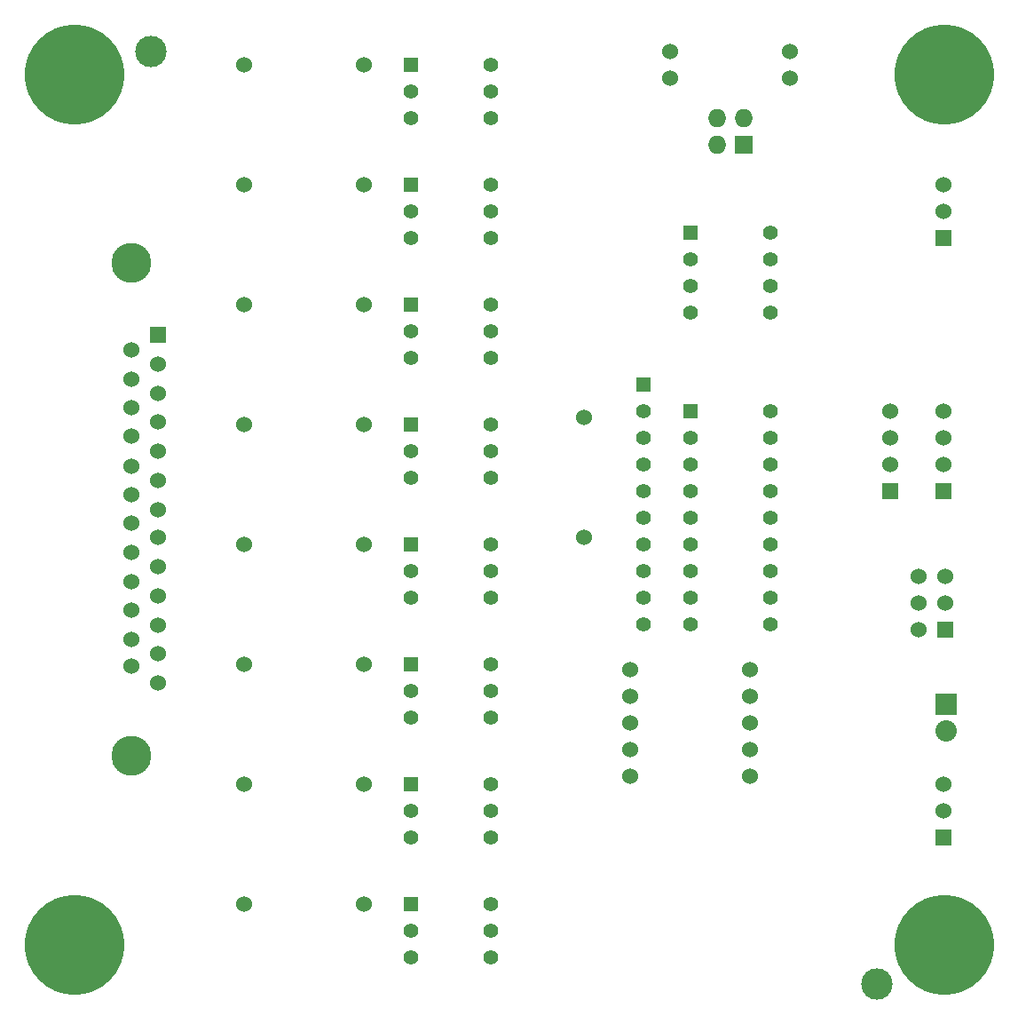
<source format=gts>
G04 #@! TF.FileFunction,Soldermask,Top*
%FSLAX46Y46*%
G04 Gerber Fmt 4.6, Leading zero omitted, Abs format (unit mm)*
G04 Created by KiCad (PCBNEW (after 2015-mar-04 BZR unknown)-product) date 4/25/2015 9:00:20 PM*
%MOMM*%
G01*
G04 APERTURE LIST*
%ADD10C,0.150000*%
%ADD11C,1.524000*%
%ADD12R,1.397000X1.397000*%
%ADD13C,1.397000*%
%ADD14C,3.810000*%
%ADD15R,1.524000X1.524000*%
%ADD16C,3.000000*%
%ADD17C,9.525000*%
%ADD18R,2.032000X2.032000*%
%ADD19O,2.032000X2.032000*%
%ADD20R,1.727200X1.727200*%
%ADD21O,1.727200X1.727200*%
G04 APERTURE END LIST*
D10*
D11*
X177225000Y-142230000D03*
X188655000Y-142230000D03*
X177225000Y-165090000D03*
X188655000Y-165090000D03*
X177225000Y-153660000D03*
X188655000Y-153660000D03*
X177225000Y-130800000D03*
X188655000Y-130800000D03*
X177225000Y-119370000D03*
X188655000Y-119370000D03*
X177225000Y-107940000D03*
X188655000Y-107940000D03*
X177225000Y-96510000D03*
X188655000Y-96510000D03*
X177225000Y-85080000D03*
X188655000Y-85080000D03*
D12*
X193100000Y-85080000D03*
D13*
X193100000Y-87620000D03*
X193100000Y-90160000D03*
X200720000Y-90160000D03*
X200720000Y-87620000D03*
X200720000Y-85080000D03*
D12*
X193100000Y-165090000D03*
D13*
X193100000Y-167630000D03*
X193100000Y-170170000D03*
X200720000Y-170170000D03*
X200720000Y-167630000D03*
X200720000Y-165090000D03*
D12*
X193100000Y-153660000D03*
D13*
X193100000Y-156200000D03*
X193100000Y-158740000D03*
X200720000Y-158740000D03*
X200720000Y-156200000D03*
X200720000Y-153660000D03*
D12*
X193100000Y-142230000D03*
D13*
X193100000Y-144770000D03*
X193100000Y-147310000D03*
X200720000Y-147310000D03*
X200720000Y-144770000D03*
X200720000Y-142230000D03*
D12*
X193100000Y-130800000D03*
D13*
X193100000Y-133340000D03*
X193100000Y-135880000D03*
X200720000Y-135880000D03*
X200720000Y-133340000D03*
X200720000Y-130800000D03*
D12*
X193100000Y-119370000D03*
D13*
X193100000Y-121910000D03*
X193100000Y-124450000D03*
X200720000Y-124450000D03*
X200720000Y-121910000D03*
X200720000Y-119370000D03*
D12*
X193100000Y-107940000D03*
D13*
X193100000Y-110480000D03*
X193100000Y-113020000D03*
X200720000Y-113020000D03*
X200720000Y-110480000D03*
X200720000Y-107940000D03*
D12*
X193100000Y-96510000D03*
D13*
X193100000Y-99050000D03*
X193100000Y-101590000D03*
X200720000Y-101590000D03*
X200720000Y-99050000D03*
X200720000Y-96510000D03*
D14*
X166430000Y-104005000D03*
X166430000Y-150995000D03*
D11*
X168970000Y-144010000D03*
X168970000Y-141216000D03*
X168970000Y-138549000D03*
X168970000Y-135755000D03*
X168970000Y-132961000D03*
X168970000Y-130167000D03*
X168970000Y-127500000D03*
X168970000Y-124706000D03*
X168970000Y-121912000D03*
X168970000Y-119118000D03*
X168970000Y-116451000D03*
X168970000Y-113657000D03*
D15*
X168970000Y-110863000D03*
D11*
X166430000Y-142435200D03*
X166430000Y-139895200D03*
X166430000Y-137101200D03*
X166430000Y-134358000D03*
X166430000Y-131614800D03*
X166430000Y-128820800D03*
X166430000Y-126077600D03*
X166430000Y-123334400D03*
X166430000Y-120489600D03*
X166430000Y-117797200D03*
X166430000Y-115054000D03*
X166430000Y-112260000D03*
D15*
X244094000Y-138938000D03*
D11*
X241554000Y-138938000D03*
X244094000Y-136398000D03*
X241554000Y-136398000D03*
X244094000Y-133858000D03*
X241554000Y-133858000D03*
D12*
X219770000Y-118100000D03*
D13*
X219770000Y-120640000D03*
X219770000Y-123180000D03*
X219770000Y-125720000D03*
X219770000Y-128260000D03*
X219770000Y-130800000D03*
X219770000Y-133340000D03*
X219770000Y-135880000D03*
X219770000Y-138420000D03*
X227390000Y-138420000D03*
X227390000Y-135880000D03*
X227390000Y-133340000D03*
X227390000Y-130800000D03*
X227390000Y-128260000D03*
X227390000Y-125720000D03*
X227390000Y-123180000D03*
X227390000Y-120640000D03*
X227390000Y-118100000D03*
D12*
X215325000Y-115560000D03*
D13*
X215325000Y-118100000D03*
X215325000Y-120640000D03*
X215325000Y-123180000D03*
X215325000Y-125720000D03*
X215325000Y-128260000D03*
X215325000Y-130800000D03*
X215325000Y-133340000D03*
X215325000Y-135880000D03*
X215325000Y-138420000D03*
D16*
X168335000Y-83810000D03*
X237550000Y-172710000D03*
D15*
X238820000Y-125720000D03*
D11*
X238820000Y-123180000D03*
X238820000Y-120640000D03*
X238820000Y-118100000D03*
D17*
X244000000Y-169000000D03*
X244000000Y-86000000D03*
X161000000Y-169000000D03*
X161000000Y-86000000D03*
D15*
X243900000Y-125720000D03*
D11*
X243900000Y-123180000D03*
X243900000Y-120640000D03*
X243900000Y-118100000D03*
D15*
X243900000Y-158740000D03*
D11*
X243900000Y-156200000D03*
X243900000Y-153660000D03*
D15*
X243900000Y-101590000D03*
D11*
X243900000Y-99050000D03*
X243900000Y-96510000D03*
D12*
X219770000Y-101082000D03*
D13*
X219770000Y-103622000D03*
X219770000Y-106162000D03*
X219770000Y-108702000D03*
X227390000Y-108702000D03*
X227390000Y-106162000D03*
X227390000Y-103622000D03*
X227390000Y-101082000D03*
D18*
X244154000Y-146040000D03*
D19*
X244154000Y-148580000D03*
D11*
X214055000Y-145278000D03*
X225485000Y-145278000D03*
X214055000Y-147818000D03*
X225485000Y-147818000D03*
X214055000Y-150358000D03*
X225485000Y-150358000D03*
X209610000Y-118735000D03*
X209610000Y-130165000D03*
X214055000Y-142738000D03*
X225485000Y-142738000D03*
X214055000Y-152898000D03*
X225485000Y-152898000D03*
D20*
X224850000Y-92700000D03*
D21*
X222310000Y-92700000D03*
X224850000Y-90160000D03*
X222310000Y-90160000D03*
D11*
X229295000Y-83810000D03*
X217865000Y-83810000D03*
X229295000Y-86350000D03*
X217865000Y-86350000D03*
M02*

</source>
